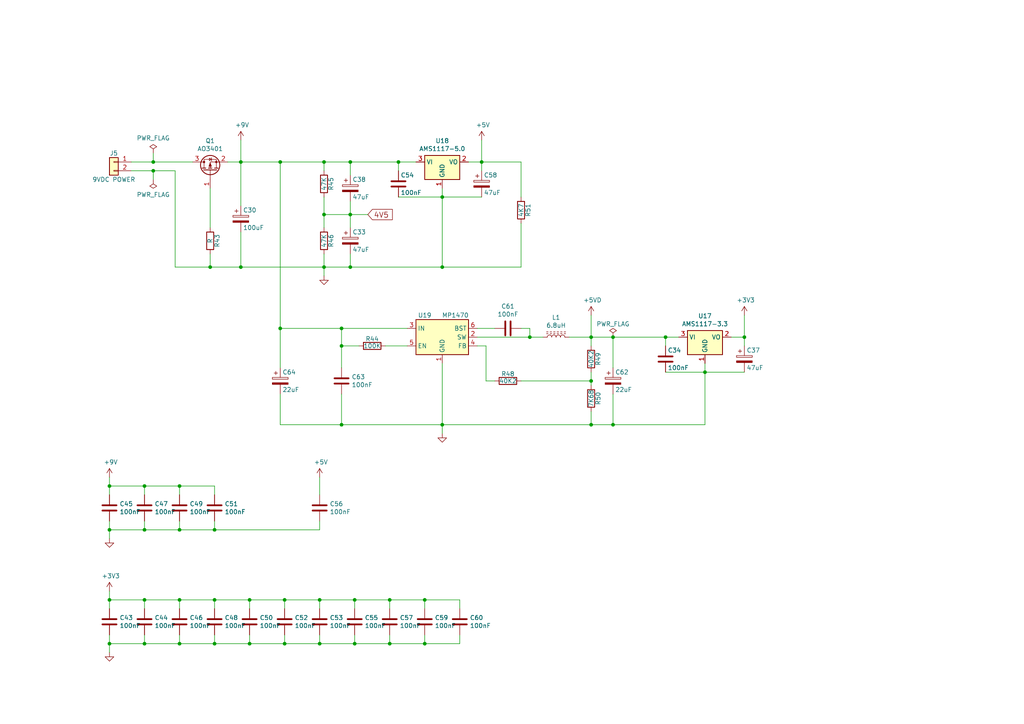
<source format=kicad_sch>
(kicad_sch (version 20250114) (generator "eeschema") (generator_version "9.0")
  (paper "A4")
  (lib_symbols
    (symbol "Connector_Generic:Conn_01x02" (pin_names (offset 1.016) (hide yes))
      (property "Reference" "J" (at 0 2.54 0))
      (property "Value" "Conn_01x02" (at 0 -5.08 0))
      (symbol "Conn_01x02_1_1"
        (rectangle (start -1.27 1.27) (end 1.27 -3.81) (stroke (width 0.254)) (fill (type background)))
        (rectangle (start -1.27 0.127) (end 0 -0.127) (stroke (width 0.1524)))
        (rectangle (start -1.27 -2.413) (end 0 -2.667) (stroke (width 0.1524)))
        (pin passive line (at -5.08 0 0) (length 3.81) (name "Pin_1") (number "1"))
        (pin passive line (at -5.08 -2.54 0) (length 3.81) (name "Pin_2") (number "2"))
      )
    )
    (symbol "Device:C" (pin_numbers (hide yes)) (pin_names (offset 0.254))
      (property "Reference" "C" (at 0.635 2.54 0))
      (property "Value" "C" (at 0.635 -2.54 0))
      (symbol "C_0_1"
        (polyline (pts (xy -2.032 0.762) (xy 2.032 0.762)) (stroke (width 0.508)))
        (polyline (pts (xy -2.032 -0.762) (xy 2.032 -0.762)) (stroke (width 0.508)))
      )
      (symbol "C_1_1"
        (pin passive line (at 0 3.81 270) (length 2.794) (name "~") (number "1"))
        (pin passive line (at 0 -3.81 90) (length 2.794) (name "~") (number "2"))
      )
    )
    (symbol "Device:C_Polarized" (pin_numbers (hide yes)) (pin_names (offset 0.254))
      (property "Reference" "C" (at 0.635 2.54 0))
      (property "Value" "C_Polarized" (at 0.635 -2.54 0))
      (symbol "C_Polarized_0_1"
        (rectangle (start -2.286 0.508) (end 2.286 1.016))
        (polyline (pts (xy -1.778 2.286) (xy -0.762 2.286)))
        (polyline (pts (xy -1.27 2.794) (xy -1.27 1.778)))
        (rectangle (start 2.286 -0.508) (end -2.286 -1.016) (fill (type outline)))
      )
      (symbol "C_Polarized_1_1"
        (pin passive line (at 0 3.81 270) (length 2.794) (name "~") (number "1"))
        (pin passive line (at 0 -3.81 90) (length 2.794) (name "~") (number "2"))
      )
    )
    (symbol "Device:L_Ferrite" (pin_numbers (hide yes)) (pin_names (offset 1.016) (hide yes))
      (property "Reference" "L" (at -1.27 0 90))
      (property "Value" "L_Ferrite" (at 2.794 0 90))
      (symbol "L_Ferrite_0_1"
        (arc (start 0 2.54) (mid 0.6323 1.905) (end 0 1.27))
        (arc (start 0 1.27) (mid 0.6323 0.635) (end 0 0))
        (arc (start 0 0) (mid 0.6323 -0.635) (end 0 -1.27))
        (arc (start 0 -1.27) (mid 0.6323 -1.905) (end 0 -2.54))
        (polyline (pts (xy 1.016 2.286) (xy 1.016 2.794)))
        (polyline (pts (xy 1.016 1.27) (xy 1.016 1.778)))
        (polyline (pts (xy 1.016 0.254) (xy 1.016 0.762)))
        (polyline (pts (xy 1.016 -0.762) (xy 1.016 -0.254)))
        (polyline (pts (xy 1.016 -1.778) (xy 1.016 -1.27)))
        (polyline (pts (xy 1.016 -2.794) (xy 1.016 -2.286)))
        (polyline (pts (xy 1.524 2.794) (xy 1.524 2.286)))
        (polyline (pts (xy 1.524 1.778) (xy 1.524 1.27)))
        (polyline (pts (xy 1.524 0.762) (xy 1.524 0.254)))
        (polyline (pts (xy 1.524 -0.254) (xy 1.524 -0.762)))
        (polyline (pts (xy 1.524 -1.27) (xy 1.524 -1.778)))
        (polyline (pts (xy 1.524 -2.286) (xy 1.524 -2.794)))
      )
      (symbol "L_Ferrite_1_1"
        (pin passive line (at 0 3.81 270) (length 1.27) (name "1") (number "1"))
        (pin passive line (at 0 -3.81 90) (length 1.27) (name "2") (number "2"))
      )
    )
    (symbol "Device:Q_PMOS_GSD" (pin_names (offset 0) (hide yes))
      (property "Reference" "Q" (at 5.08 1.27 0))
      (property "Value" "Q_PMOS_GSD" (at 5.08 -1.27 0))
      (symbol "Q_PMOS_GSD_0_1"
        (polyline (pts (xy 0.254 1.905) (xy 0.254 -1.905)) (stroke (width 0.254)))
        (polyline (pts (xy 0.254 0) (xy -2.54 0)))
        (polyline (pts (xy 0.762 2.286) (xy 0.762 1.27)) (stroke (width 0.254)))
        (polyline (pts (xy 0.762 1.778) (xy 3.302 1.778) (xy 3.302 -1.778) (xy 0.762 -1.778)))
        (polyline (pts (xy 0.762 0.508) (xy 0.762 -0.508)) (stroke (width 0.254)))
        (polyline (pts (xy 0.762 -1.27) (xy 0.762 -2.286)) (stroke (width 0.254)))
        (circle (center 1.651 0) (radius 2.794) (stroke (width 0.254)))
        (polyline (pts (xy 2.286 0) (xy 1.27 0.381) (xy 1.27 -0.381) (xy 2.286 0)) (fill (type outline)))
        (polyline (pts (xy 2.54 2.54) (xy 2.54 1.778)))
        (circle (center 2.54 1.778) (radius 0.254) (fill (type outline)))
        (circle (center 2.54 -1.778) (radius 0.254) (fill (type outline)))
        (polyline (pts (xy 2.54 -2.54) (xy 2.54 0) (xy 0.762 0)))
        (polyline (pts (xy 2.794 -0.508) (xy 2.921 -0.381) (xy 3.683 -0.381) (xy 3.81 -0.254)))
        (polyline (pts (xy 3.302 -0.381) (xy 2.921 0.254) (xy 3.683 0.254) (xy 3.302 -0.381)))
      )
      (symbol "Q_PMOS_GSD_1_1"
        (pin input line (at -5.08 0 0) (length 2.54) (name "G") (number "1"))
        (pin passive line (at 2.54 5.08 270) (length 2.54) (name "D") (number "3"))
        (pin passive line (at 2.54 -5.08 90) (length 2.54) (name "S") (number "2"))
      )
    )
    (symbol "Device:R" (pin_numbers (hide yes)) (pin_names (offset 0))
      (property "Reference" "R" (at 2.032 0 90))
      (property "Value" "R" (at 0 0 90))
      (symbol "R_0_1"
        (rectangle (start -1.016 -2.54) (end 1.016 2.54) (stroke (width 0.254)))
      )
      (symbol "R_1_1"
        (pin passive line (at 0 3.81 270) (length 1.27) (name "~") (number "1"))
        (pin passive line (at 0 -3.81 90) (length 1.27) (name "~") (number "2"))
      )
    )
    (symbol "Regulator_Linear:AMS1117-3.3"
      (property "Reference" "U" (at -3.81 3.175 0))
      (property "Value" "AMS1117-3.3" (at 0 3.175 0))
      (symbol "AMS1117-3.3_0_1"
        (rectangle (start -5.08 -5.08) (end 5.08 1.905) (stroke (width 0.254)) (fill (type background)))
      )
      (symbol "AMS1117-3.3_1_1"
        (pin power_in line (at -7.62 0 0) (length 2.54) (name "VI") (number "3"))
        (pin power_in line (at 0 -7.62 90) (length 2.54) (name "GND") (number "1"))
        (pin power_out line (at 7.62 0 180) (length 2.54) (name "VO") (number "2"))
      )
    )
    (symbol "Regulator_Linear:AMS1117-5.0"
      (property "Reference" "U" (at -3.81 3.175 0))
      (property "Value" "AMS1117-5.0" (at 0 3.175 0))
      (symbol "AMS1117-5.0_0_1"
        (rectangle (start -5.08 -5.08) (end 5.08 1.905) (stroke (width 0.254)) (fill (type background)))
      )
      (symbol "AMS1117-5.0_1_1"
        (pin power_in line (at -7.62 0 0) (length 2.54) (name "VI") (number "3"))
        (pin power_in line (at 0 -7.62 90) (length 2.54) (name "GND") (number "1"))
        (pin power_out line (at 7.62 0 180) (length 2.54) (name "VO") (number "2"))
      )
    )
    (symbol "Regulator_Switching:MP1470"
      (property "Reference" "U" (at -6.35 6.35 0))
      (property "Value" "MP1470" (at 3.81 6.35 0))
      (symbol "MP1470_0_1"
        (rectangle (start -7.62 5.08) (end 7.62 -5.08) (stroke (width 0.254)) (fill (type background)))
      )
      (symbol "MP1470_1_1"
        (pin power_in line (at -10.16 2.54 0) (length 2.54) (name "IN") (number "3"))
        (pin input line (at -10.16 -2.54 0) (length 2.54) (name "EN") (number "5"))
        (pin power_in line (at 0 -7.62 90) (length 2.54) (name "GND") (number "1"))
        (pin passive line (at 10.16 2.54 180) (length 2.54) (name "BST") (number "6"))
        (pin power_out line (at 10.16 0 180) (length 2.54) (name "SW") (number "2"))
        (pin input line (at 10.16 -2.54 180) (length 2.54) (name "FB") (number "4"))
      )
    )
    (symbol "power:+3V3" (power) (pin_names (offset 0))
      (property "Value" "+3V3" (at 0 3.556 0))
      (symbol "+3V3_0_1"
        (polyline (pts (xy -0.762 1.27) (xy 0 2.54)))
        (polyline (pts (xy 0 2.54) (xy 0.762 1.27)))
        (polyline (pts (xy 0 0) (xy 0 2.54)))
      )
      (symbol "+3V3_1_1"
        (pin power_in line (at 0 0 90) (length 0) (hide yes) (name "+3V3") (number "1"))
      )
    )
    (symbol "power:+5V" (power) (pin_names (offset 0))
      (property "Value" "+5V" (at 0 3.556 0))
      (symbol "+5V_0_1"
        (polyline (pts (xy -0.762 1.27) (xy 0 2.54)))
        (polyline (pts (xy 0 2.54) (xy 0.762 1.27)))
        (polyline (pts (xy 0 0) (xy 0 2.54)))
      )
      (symbol "+5V_1_1"
        (pin power_in line (at 0 0 90) (length 0) (hide yes) (name "+5V") (number "1"))
      )
    )
    (symbol "power:+5VD" (power) (pin_names (offset 0))
      (property "Value" "+5VD" (at 0 3.556 0))
      (symbol "+5VD_0_1"
        (polyline (pts (xy -0.762 1.27) (xy 0 2.54)))
        (polyline (pts (xy 0 2.54) (xy 0.762 1.27)))
        (polyline (pts (xy 0 0) (xy 0 2.54)))
      )
      (symbol "+5VD_1_1"
        (pin power_in line (at 0 0 90) (length 0) (hide yes) (name "+5VD") (number "1"))
      )
    )
    (symbol "power:+9V" (power) (pin_names (offset 0))
      (property "Value" "+9V" (at 0 3.556 0))
      (symbol "+9V_0_1"
        (polyline (pts (xy -0.762 1.27) (xy 0 2.54)))
        (polyline (pts (xy 0 2.54) (xy 0.762 1.27)))
        (polyline (pts (xy 0 0) (xy 0 2.54)))
      )
      (symbol "+9V_1_1"
        (pin power_in line (at 0 0 90) (length 0) (hide yes) (name "+9V") (number "1"))
      )
    )
    (symbol "power:GND" (power) (pin_names (offset 0))
      (property "Value" "GND" (at 0 -3.81 0))
      (symbol "GND_0_1"
        (polyline (pts (xy 0 0) (xy 0 -1.27) (xy 1.27 -1.27) (xy 0 -2.54) (xy -1.27 -1.27) (xy 0 -1.27)))
      )
      (symbol "GND_1_1"
        (pin power_in line (at 0 0 270) (length 0) (hide yes) (name "GND") (number "1"))
      )
    )
    (symbol "power:PWR_FLAG" (power) (pin_numbers (hide yes)) (pin_names (offset 0) (hide yes))
      (property "Value" "PWR_FLAG" (at 0 3.81 0))
      (symbol "PWR_FLAG_0_0"
        (pin power_out line (at 0 0 90) (length 0) (name "pwr") (number "1"))
      )
      (symbol "PWR_FLAG_0_1"
        (polyline (pts (xy 0 0) (xy 0 1.27) (xy -1.016 1.905) (xy 0 2.54) (xy 1.016 1.905) (xy 0 1.27)))
      )
    )
  )
  (junction (at 52.07 153.67))
  (junction (at 31.75 140.97))
  (junction (at 113.03 173.99))
  (junction (at 123.19 173.99))
  (junction (at 171.45 110.49))
  (junction (at 102.87 173.99))
  (junction (at 81.28 95.25))
  (junction (at 139.7 46.99))
  (junction (at 204.47 107.95))
  (junction (at 72.39 173.99))
  (junction (at 101.6 46.99))
  (junction (at 93.98 62.23))
  (junction (at 31.75 186.69))
  (junction (at 41.91 173.99))
  (junction (at 52.07 140.97))
  (junction (at 92.71 186.69))
  (junction (at 31.75 173.99))
  (junction (at 62.23 173.99))
  (junction (at 215.9 97.79))
  (junction (at 99.06 95.25))
  (junction (at 41.91 153.67))
  (junction (at 81.28 46.99))
  (junction (at 102.87 186.69))
  (junction (at 41.91 186.69))
  (junction (at 177.8 123.19))
  (junction (at 177.8 97.79))
  (junction (at 41.91 140.97))
  (junction (at 99.06 123.19))
  (junction (at 128.27 57.15))
  (junction (at 52.07 173.99))
  (junction (at 193.04 97.79))
  (junction (at 82.55 173.99))
  (junction (at 153.67 97.79))
  (junction (at 115.57 46.99))
  (junction (at 171.45 97.79))
  (junction (at 31.75 153.67))
  (junction (at 62.23 153.67))
  (junction (at 128.27 123.19))
  (junction (at 123.19 186.69))
  (junction (at 52.07 186.69))
  (junction (at 92.71 173.99))
  (junction (at 60.96 77.47))
  (junction (at 93.98 46.99))
  (junction (at 72.39 186.69))
  (junction (at 113.03 186.69))
  (junction (at 62.23 186.69))
  (junction (at 99.06 100.33))
  (junction (at 69.85 46.99))
  (junction (at 171.45 123.19))
  (junction (at 44.45 46.99))
  (junction (at 69.85 77.47))
  (junction (at 82.55 186.69))
  (junction (at 101.6 77.47))
  (junction (at 44.45 49.53))
  (junction (at 128.27 77.47))
  (junction (at 101.6 62.23))
  (junction (at 93.98 77.47))
  (wire (pts (xy 69.85 59.69) (xy 69.85 46.99)))
  (wire (pts (xy 31.75 171.45) (xy 31.75 173.99)))
  (wire (pts (xy 153.67 97.79) (xy 138.43 97.79)))
  (wire (pts (xy 62.23 173.99) (xy 72.39 173.99)))
  (wire (pts (xy 82.55 176.53) (xy 82.55 173.99)))
  (wire (pts (xy 31.75 151.13) (xy 31.75 153.67)))
  (wire (pts (xy 139.7 46.99) (xy 135.89 46.99)))
  (wire (pts (xy 52.07 184.15) (xy 52.07 186.69)))
  (wire (pts (xy 31.75 173.99) (xy 41.91 173.99)))
  (wire (pts (xy 92.71 186.69) (xy 102.87 186.69)))
  (wire (pts (xy 151.13 64.77) (xy 151.13 77.47)))
  (wire (pts (xy 44.45 44.45) (xy 44.45 46.99)))
  (wire (pts (xy 115.57 46.99) (xy 120.65 46.99)))
  (wire (pts (xy 66.04 46.99) (xy 69.85 46.99)))
  (wire (pts (xy 82.55 186.69) (xy 92.71 186.69)))
  (wire (pts (xy 44.45 46.99) (xy 55.88 46.99)))
  (wire (pts (xy 92.71 153.67) (xy 62.23 153.67)))
  (wire (pts (xy 177.8 114.3) (xy 177.8 123.19)))
  (wire (pts (xy 31.75 184.15) (xy 31.75 186.69)))
  (wire (pts (xy 171.45 123.19) (xy 177.8 123.19)))
  (wire (pts (xy 101.6 77.47) (xy 101.6 73.66)))
  (wire (pts (xy 31.75 140.97) (xy 31.75 143.51)))
  (wire (pts (xy 31.75 138.43) (xy 31.75 140.97)))
  (wire (pts (xy 99.06 95.25) (xy 99.06 100.33)))
  (wire (pts (xy 93.98 77.47) (xy 93.98 80.01)))
  (wire (pts (xy 99.06 123.19) (xy 128.27 123.19)))
  (wire (pts (xy 60.96 77.47) (xy 69.85 77.47)))
  (wire (pts (xy 171.45 100.33) (xy 171.45 97.79)))
  (wire (pts (xy 92.71 184.15) (xy 92.71 186.69)))
  (wire (pts (xy 128.27 123.19) (xy 171.45 123.19)))
  (wire (pts (xy 31.75 153.67) (xy 31.75 156.21)))
  (wire (pts (xy 139.7 46.99) (xy 139.7 49.53)))
  (wire (pts (xy 72.39 176.53) (xy 72.39 173.99)))
  (wire (pts (xy 41.91 186.69) (xy 52.07 186.69)))
  (wire (pts (xy 41.91 140.97) (xy 52.07 140.97)))
  (wire (pts (xy 204.47 107.95) (xy 204.47 123.19)))
  (wire (pts (xy 62.23 184.15) (xy 62.23 186.69)))
  (wire (pts (xy 41.91 176.53) (xy 41.91 173.99)))
  (wire (pts (xy 215.9 97.79) (xy 215.9 100.33)))
  (wire (pts (xy 215.9 91.44) (xy 215.9 97.79)))
  (wire (pts (xy 93.98 46.99) (xy 101.6 46.99)))
  (wire (pts (xy 204.47 107.95) (xy 215.9 107.95)))
  (wire (pts (xy 113.03 186.69) (xy 123.19 186.69)))
  (wire (pts (xy 50.8 49.53) (xy 50.8 77.47)))
  (wire (pts (xy 31.75 153.67) (xy 41.91 153.67)))
  (wire (pts (xy 72.39 173.99) (xy 82.55 173.99)))
  (wire (pts (xy 115.57 57.15) (xy 128.27 57.15)))
  (wire (pts (xy 133.35 186.69) (xy 133.35 184.15)))
  (wire (pts (xy 193.04 100.33) (xy 193.04 97.79)))
  (wire (pts (xy 177.8 123.19) (xy 204.47 123.19)))
  (wire (pts (xy 115.57 46.99) (xy 115.57 49.53)))
  (wire (pts (xy 38.1 46.99) (xy 44.45 46.99)))
  (wire (pts (xy 81.28 106.68) (xy 81.28 95.25)))
  (wire (pts (xy 81.28 114.3) (xy 81.28 123.19)))
  (wire (pts (xy 157.48 97.79) (xy 153.67 97.79)))
  (wire (pts (xy 113.03 176.53) (xy 113.03 173.99)))
  (wire (pts (xy 93.98 57.15) (xy 93.98 62.23)))
  (wire (pts (xy 128.27 57.15) (xy 128.27 54.61)))
  (wire (pts (xy 69.85 67.31) (xy 69.85 77.47)))
  (wire (pts (xy 99.06 100.33) (xy 104.14 100.33)))
  (wire (pts (xy 139.7 40.64) (xy 139.7 46.99)))
  (wire (pts (xy 60.96 54.61) (xy 60.96 66.04)))
  (wire (pts (xy 138.43 100.33) (xy 140.97 100.33)))
  (wire (pts (xy 52.07 140.97) (xy 62.23 140.97)))
  (wire (pts (xy 101.6 46.99) (xy 115.57 46.99)))
  (wire (pts (xy 62.23 186.69) (xy 72.39 186.69)))
  (wire (pts (xy 62.23 140.97) (xy 62.23 143.51)))
  (wire (pts (xy 69.85 46.99) (xy 81.28 46.99)))
  (wire (pts (xy 128.27 57.15) (xy 128.27 77.47)))
  (wire (pts (xy 52.07 176.53) (xy 52.07 173.99)))
  (wire (pts (xy 52.07 151.13) (xy 52.07 153.67)))
  (wire (pts (xy 101.6 58.42) (xy 101.6 62.23)))
  (wire (pts (xy 123.19 176.53) (xy 123.19 173.99)))
  (wire (pts (xy 139.7 46.99) (xy 151.13 46.99)))
  (wire (pts (xy 44.45 49.53) (xy 50.8 49.53)))
  (wire (pts (xy 41.91 151.13) (xy 41.91 153.67)))
  (wire (pts (xy 44.45 52.07) (xy 44.45 49.53)))
  (wire (pts (xy 93.98 73.66) (xy 93.98 77.47)))
  (wire (pts (xy 93.98 77.47) (xy 69.85 77.47)))
  (wire (pts (xy 99.06 114.3) (xy 99.06 123.19)))
  (wire (pts (xy 118.11 95.25) (xy 99.06 95.25)))
  (wire (pts (xy 31.75 140.97) (xy 41.91 140.97)))
  (wire (pts (xy 38.1 49.53) (xy 44.45 49.53)))
  (wire (pts (xy 165.1 97.79) (xy 171.45 97.79)))
  (wire (pts (xy 139.7 57.15) (xy 128.27 57.15)))
  (wire (pts (xy 31.75 186.69) (xy 41.91 186.69)))
  (wire (pts (xy 92.71 176.53) (xy 92.71 173.99)))
  (wire (pts (xy 101.6 62.23) (xy 101.6 66.04)))
  (wire (pts (xy 177.8 106.68) (xy 177.8 97.79)))
  (wire (pts (xy 102.87 176.53) (xy 102.87 173.99)))
  (wire (pts (xy 72.39 184.15) (xy 72.39 186.69)))
  (wire (pts (xy 93.98 62.23) (xy 93.98 66.04)))
  (wire (pts (xy 92.71 173.99) (xy 102.87 173.99)))
  (wire (pts (xy 138.43 95.25) (xy 143.51 95.25)))
  (wire (pts (xy 101.6 62.23) (xy 106.68 62.23)))
  (wire (pts (xy 102.87 173.99) (xy 113.03 173.99)))
  (wire (pts (xy 60.96 77.47) (xy 60.96 73.66)))
  (wire (pts (xy 212.09 97.79) (xy 215.9 97.79)))
  (wire (pts (xy 99.06 95.25) (xy 81.28 95.25)))
  (wire (pts (xy 140.97 110.49) (xy 143.51 110.49)))
  (wire (pts (xy 101.6 77.47) (xy 93.98 77.47)))
  (wire (pts (xy 69.85 40.64) (xy 69.85 46.99)))
  (wire (pts (xy 52.07 186.69) (xy 62.23 186.69)))
  (wire (pts (xy 102.87 184.15) (xy 102.87 186.69)))
  (wire (pts (xy 171.45 97.79) (xy 171.45 91.44)))
  (wire (pts (xy 151.13 77.47) (xy 128.27 77.47)))
  (wire (pts (xy 193.04 97.79) (xy 196.85 97.79)))
  (wire (pts (xy 31.75 186.69) (xy 31.75 189.23)))
  (wire (pts (xy 123.19 186.69) (xy 133.35 186.69)))
  (wire (pts (xy 52.07 140.97) (xy 52.07 143.51)))
  (wire (pts (xy 99.06 100.33) (xy 99.06 106.68)))
  (wire (pts (xy 128.27 123.19) (xy 128.27 125.73)))
  (wire (pts (xy 93.98 62.23) (xy 101.6 62.23)))
  (wire (pts (xy 128.27 77.47) (xy 101.6 77.47)))
  (wire (pts (xy 41.91 153.67) (xy 52.07 153.67)))
  (wire (pts (xy 62.23 153.67) (xy 62.23 151.13)))
  (wire (pts (xy 41.91 184.15) (xy 41.91 186.69)))
  (wire (pts (xy 62.23 176.53) (xy 62.23 173.99)))
  (wire (pts (xy 82.55 173.99) (xy 92.71 173.99)))
  (wire (pts (xy 81.28 95.25) (xy 81.28 46.99)))
  (wire (pts (xy 101.6 50.8) (xy 101.6 46.99)))
  (wire (pts (xy 52.07 173.99) (xy 62.23 173.99)))
  (wire (pts (xy 123.19 184.15) (xy 123.19 186.69)))
  (wire (pts (xy 171.45 97.79) (xy 177.8 97.79)))
  (wire (pts (xy 171.45 110.49) (xy 151.13 110.49)))
  (wire (pts (xy 123.19 173.99) (xy 133.35 173.99)))
  (wire (pts (xy 193.04 107.95) (xy 204.47 107.95)))
  (wire (pts (xy 171.45 110.49) (xy 171.45 111.76)))
  (wire (pts (xy 81.28 46.99) (xy 93.98 46.99)))
  (wire (pts (xy 133.35 173.99) (xy 133.35 176.53)))
  (wire (pts (xy 151.13 46.99) (xy 151.13 57.15)))
  (wire (pts (xy 171.45 107.95) (xy 171.45 110.49)))
  (wire (pts (xy 82.55 184.15) (xy 82.55 186.69)))
  (wire (pts (xy 41.91 140.97) (xy 41.91 143.51)))
  (wire (pts (xy 41.91 173.99) (xy 52.07 173.99)))
  (wire (pts (xy 140.97 100.33) (xy 140.97 110.49)))
  (wire (pts (xy 72.39 186.69) (xy 82.55 186.69)))
  (wire (pts (xy 50.8 77.47) (xy 60.96 77.47)))
  (wire (pts (xy 113.03 184.15) (xy 113.03 186.69)))
  (wire (pts (xy 204.47 105.41) (xy 204.47 107.95)))
  (wire (pts (xy 31.75 173.99) (xy 31.75 176.53)))
  (wire (pts (xy 177.8 97.79) (xy 193.04 97.79)))
  (wire (pts (xy 128.27 123.19) (xy 128.27 105.41)))
  (wire (pts (xy 113.03 173.99) (xy 123.19 173.99)))
  (wire (pts (xy 171.45 119.38) (xy 171.45 123.19)))
  (wire (pts (xy 102.87 186.69) (xy 113.03 186.69)))
  (wire (pts (xy 153.67 95.25) (xy 153.67 97.79)))
  (wire (pts (xy 52.07 153.67) (xy 62.23 153.67)))
  (wire (pts (xy 92.71 151.13) (xy 92.71 153.67)))
  (wire (pts (xy 92.71 138.43) (xy 92.71 143.51)))
  (wire (pts (xy 93.98 46.99) (xy 93.98 49.53)))
  (wire (pts (xy 151.13 95.25) (xy 153.67 95.25)))
  (wire (pts (xy 111.76 100.33) (xy 118.11 100.33)))
  (wire (pts (xy 81.28 123.19) (xy 99.06 123.19)))
  (global_label "4V5" (shape input) (at 106.68 62.23 0) (effects (font (size 1.524 1.524))) (property "Intersheetrefs" "${INTERSHEET_REFS}" (effects (hide yes))) (property "Referencias entre hojas" "${INTERSHEET_REFS}" (effects (hide yes))))
  (symbol (lib_id "Device:R") (at 151.13 60.96 0) (unit 1)
    (property "Reference" "R51" (at 153.162 60.96 90))
    (property "Value" "4K7" (at 151.13 60.96 90))
    (property "Footprint" "Resistor_SMD:R_0805_2012Metric" (effects (hide yes)))
  )
  (symbol (lib_id "Regulator_Switching:MP1470") (at 128.27 97.79 0) (unit 1)
    (property "Reference" "U19" (at 123.19 91.44 0))
    (property "Value" "MP1470" (at 132.08 91.44 0))
    (property "Footprint" "Package_TO_SOT_SMD:TSOT-23-6" (effects (hide yes)))
    (property "Datasheet" "https://www.monolithicpower.com/pub/media/document/MP1470_r1.02.pdf" (effects (hide yes)))
  )
  (symbol (lib_id "Device:C") (at 147.32 95.25 90) (unit 1)
    (property "Reference" "C61" (at 147.32 88.8492 90))
    (property "Value" "100nF" (at 147.32 91.1606 90))
    (property "Footprint" "Capacitor_SMD:C_0805_2012Metric" (effects (hide yes)))
  )
  (symbol (lib_id "Device:L_Ferrite") (at 161.29 97.79 90) (unit 1)
    (property "Reference" "L1" (at 161.29 92.075 90))
    (property "Value" "6.8uH" (at 161.29 94.3864 90))
    (property "Footprint" "Inductor_SMD:L_10.4x10.4_H4.8" (effects (hide yes)))
  )
  (symbol (lib_id "Device:C_Polarized") (at 177.8 110.49 0) (unit 1)
    (property "Reference" "C62" (at 178.435 107.95 0) (effects (justify left)))
    (property "Value" "22uF" (at 178.435 113.03 0) (effects (justify left)))
    (property "Footprint" "Capacitor_SMD:C_0805_2012Metric" (effects (hide yes)))
  )
  (symbol (lib_id "Device:R") (at 171.45 104.14 0) (unit 1)
    (property "Reference" "R49" (at 173.482 104.14 90))
    (property "Value" "40K2" (at 171.45 104.14 90))
    (property "Footprint" "Resistor_SMD:R_0805_2012Metric" (effects (hide yes)))
  )
  (symbol (lib_id "Device:R") (at 171.45 115.57 0) (unit 1)
    (property "Reference" "R50" (at 173.482 115.57 90))
    (property "Value" "7K68" (at 171.45 115.57 90))
    (property "Footprint" "Resistor_SMD:R_0805_2012Metric" (effects (hide yes)))
  )
  (symbol (lib_id "Device:C_Polarized") (at 101.6 54.61 0) (unit 1)
    (property "Reference" "C38" (at 102.235 52.07 0) (effects (justify left)))
    (property "Value" "47uF" (at 102.235 57.15 0) (effects (justify left)))
    (property "Footprint" "Capacitor_SMD:C_0805_2012Metric" (effects (hide yes)))
  )
  (symbol (lib_id "Device:R") (at 147.32 110.49 90) (unit 1)
    (property "Reference" "R48" (at 147.32 108.458 90))
    (property "Value" "40K2" (at 147.32 110.49 90))
    (property "Footprint" "Resistor_SMD:R_0805_2012Metric" (effects (hide yes)))
  )
  (symbol (lib_id "Device:R") (at 107.95 100.33 90) (unit 1)
    (property "Reference" "R44" (at 107.95 98.298 90))
    (property "Value" "100K" (at 107.95 100.33 90))
    (property "Footprint" "Resistor_SMD:R_0805_2012Metric" (effects (hide yes)))
  )
  (symbol (lib_id "power:GND") (at 128.27 125.73 0) (unit 1)
    (property "Reference" "#PWR03" (effects (hide yes)))
    (property "Value" "GND" (effects (hide yes)))
  )
  (symbol (lib_id "Device:C") (at 99.06 110.49 0) (unit 1)
    (property "Reference" "C63" (at 101.981 109.3216 0) (effects (justify left)))
    (property "Value" "100nF" (at 101.981 111.633 0) (effects (justify left)))
    (property "Footprint" "Capacitor_SMD:C_0805_2012Metric" (effects (hide yes)))
  )
  (symbol (lib_id "power:GND") (at 93.98 80.01 0) (unit 1)
    (property "Reference" "#PWR0104" (effects (hide yes)))
    (property "Value" "GND" (effects (hide yes)))
  )
  (symbol (lib_id "power:GND") (at 31.75 156.21 0) (unit 1)
    (property "Reference" "#PWR0105" (effects (hide yes)))
    (property "Value" "GND" (effects (hide yes)))
  )
  (symbol (lib_id "Device:R") (at 60.96 69.85 0) (unit 1)
    (property "Reference" "R43" (at 62.992 69.85 90))
    (property "Value" "R" (at 60.96 69.85 90))
    (property "Footprint" "Resistor_SMD:R_0805_2012Metric" (effects (hide yes)))
  )
  (symbol (lib_id "Device:R") (at 93.98 53.34 0) (unit 1)
    (property "Reference" "R45" (at 96.012 53.34 90))
    (property "Value" "47K" (at 93.98 53.34 90))
    (property "Footprint" "Resistor_SMD:R_0805_2012Metric" (effects (hide yes)))
  )
  (symbol (lib_id "Device:R") (at 93.98 69.85 0) (unit 1)
    (property "Reference" "R46" (at 96.012 69.85 90))
    (property "Value" "47K" (at 93.98 69.85 90))
    (property "Footprint" "Resistor_SMD:R_0805_2012Metric" (effects (hide yes)))
  )
  (symbol (lib_id "Device:C_Polarized") (at 101.6 69.85 0) (unit 1)
    (property "Reference" "C33" (at 102.235 67.31 0) (effects (justify left)))
    (property "Value" "47uF" (at 102.235 72.39 0) (effects (justify left)))
    (property "Footprint" "Capacitor_SMD:C_0805_2012Metric" (effects (hide yes)))
  )
  (symbol (lib_id "Device:C_Polarized") (at 69.85 63.5 0) (unit 1)
    (property "Reference" "C30" (at 70.485 60.96 0) (effects (justify left)))
    (property "Value" "100uF" (at 70.485 66.04 0) (effects (justify left)))
    (property "Footprint" "Capacitor_Tantalum_SMD:CP_EIA-7343-31_Kemet-D" (effects (hide yes)))
  )
  (symbol (lib_id "Device:C") (at 193.04 104.14 0) (unit 1)
    (property "Reference" "C34" (at 193.675 101.6 0) (effects (justify left)))
    (property "Value" "100nF" (at 193.675 106.68 0) (effects (justify left)))
    (property "Footprint" "Capacitor_SMD:C_0805_2012Metric" (effects (hide yes)))
  )
  (symbol (lib_id "Device:C_Polarized") (at 215.9 104.14 0) (unit 1)
    (property "Reference" "C37" (at 216.535 101.6 0) (effects (justify left)))
    (property "Value" "47uF" (at 216.535 106.68 0) (effects (justify left)))
    (property "Footprint" "Capacitor_SMD:C_0805_2012Metric" (effects (hide yes)))
  )
  (symbol (lib_id "power:GND") (at 31.75 189.23 0) (unit 1)
    (property "Reference" "#PWR0106" (effects (hide yes)))
    (property "Value" "GND" (effects (hide yes)))
  )
  (symbol (lib_id "power:+5VD") (at 171.45 91.44 0) (unit 1)
    (property "Reference" "#PWR0115" (effects (hide yes)))
    (property "Value" "+5VD" (at 171.831 87.0458 0))
  )
  (symbol (lib_id "Device:C_Polarized") (at 81.28 110.49 0) (unit 1)
    (property "Reference" "C64" (at 81.915 107.95 0) (effects (justify left)))
    (property "Value" "22uF" (at 81.915 113.03 0) (effects (justify left)))
    (property "Footprint" "Capacitor_SMD:C_0805_2012Metric" (effects (hide yes)))
  )
  (symbol (lib_id "Connector_Generic:Conn_01x02") (at 33.02 46.99 0) (mirror y) (unit 1)
    (property "Reference" "J5" (at 33.02 44.45 0))
    (property "Value" "9VDC POWER" (at 33.02 52.07 0))
    (property "Footprint" "Connector_JST:JST_PH_B2B-PH-K_1x02_P2.00mm_Vertical" (effects (hide yes)))
  )
  (symbol (lib_id "power:PWR_FLAG") (at 44.45 44.45 0) (unit 1)
    (property "Reference" "#FLG0101" (effects (hide yes)))
    (property "Value" "PWR_FLAG" (at 44.45 40.0558 0))
  )
  (symbol (lib_id "power:PWR_FLAG") (at 44.45 52.07 180) (unit 1)
    (property "Reference" "#FLG0102" (effects (hide yes)))
    (property "Value" "PWR_FLAG" (at 44.45 56.4642 0))
  )
  (symbol (lib_id "Regulator_Linear:AMS1117-3.3") (at 204.47 97.79 0) (unit 1)
    (property "Reference" "U17" (at 204.47 91.6432 0))
    (property "Value" "AMS1117-3.3" (at 204.47 93.9546 0))
    (property "Footprint" "Package_TO_SOT_SMD:SOT-223-3_TabPin2" (effects (hide yes)))
    (property "Datasheet" "http://www.advanced-monolithic.com/pdf/ds1117.pdf" (effects (hide yes)))
  )
  (symbol (lib_id "Device:Q_PMOS_GSD") (at 60.96 49.53 90) (unit 1)
    (property "Reference" "Q1" (at 60.96 40.8432 90))
    (property "Value" "AO3401" (at 60.96 43.1546 90))
    (property "Footprint" "Package_TO_SOT_SMD:SOT-23" (effects (hide yes)))
  )
  (symbol (lib_id "Device:C") (at 31.75 180.34 0) (unit 1)
    (property "Reference" "C43" (at 34.671 179.1716 0) (effects (justify left)))
    (property "Value" "100nF" (at 34.671 181.483 0) (effects (justify left)))
    (property "Footprint" "Capacitor_SMD:C_0805_2012Metric" (effects (hide yes)))
  )
  (symbol (lib_id "Device:C") (at 41.91 180.34 0) (unit 1)
    (property "Reference" "C44" (at 44.831 179.1716 0) (effects (justify left)))
    (property "Value" "100nF" (at 44.831 181.483 0) (effects (justify left)))
    (property "Footprint" "Capacitor_SMD:C_0805_2012Metric" (effects (hide yes)))
  )
  (symbol (lib_id "Device:C") (at 52.07 180.34 0) (unit 1)
    (property "Reference" "C46" (at 54.991 179.1716 0) (effects (justify left)))
    (property "Value" "100nF" (at 54.991 181.483 0) (effects (justify left)))
    (property "Footprint" "Capacitor_SMD:C_0805_2012Metric" (effects (hide yes)))
  )
  (symbol (lib_id "Device:C") (at 62.23 180.34 0) (unit 1)
    (property "Reference" "C48" (at 65.151 179.1716 0) (effects (justify left)))
    (property "Value" "100nF" (at 65.151 181.483 0) (effects (justify left)))
    (property "Footprint" "Capacitor_SMD:C_0805_2012Metric" (effects (hide yes)))
  )
  (symbol (lib_id "Device:C") (at 72.39 180.34 0) (unit 1)
    (property "Reference" "C50" (at 75.311 179.1716 0) (effects (justify left)))
    (property "Value" "100nF" (at 75.311 181.483 0) (effects (justify left)))
    (property "Footprint" "Capacitor_SMD:C_0805_2012Metric" (effects (hide yes)))
  )
  (symbol (lib_id "Device:C") (at 82.55 180.34 0) (unit 1)
    (property "Reference" "C52" (at 85.471 179.1716 0) (effects (justify left)))
    (property "Value" "100nF" (at 85.471 181.483 0) (effects (justify left)))
    (property "Footprint" "Capacitor_SMD:C_0805_2012Metric" (effects (hide yes)))
  )
  (symbol (lib_id "Device:C") (at 92.71 180.34 0) (unit 1)
    (property "Reference" "C53" (at 95.631 179.1716 0) (effects (justify left)))
    (property "Value" "100nF" (at 95.631 181.483 0) (effects (justify left)))
    (property "Footprint" "Capacitor_SMD:C_0805_2012Metric" (effects (hide yes)))
  )
  (symbol (lib_id "Device:C") (at 102.87 180.34 0) (unit 1)
    (property "Reference" "C55" (at 105.791 179.1716 0) (effects (justify left)))
    (property "Value" "100nF" (at 105.791 181.483 0) (effects (justify left)))
    (property "Footprint" "Capacitor_SMD:C_0805_2012Metric" (effects (hide yes)))
  )
  (symbol (lib_id "Regulator_Linear:AMS1117-5.0") (at 128.27 46.99 0) (unit 1)
    (property "Reference" "U18" (at 128.27 40.8432 0))
    (property "Value" "AMS1117-5.0" (at 128.27 43.1546 0))
    (property "Footprint" "Package_TO_SOT_SMD:SOT-223-3_TabPin2" (effects (hide yes)))
    (property "Datasheet" "http://www.advanced-monolithic.com/pdf/ds1117.pdf" (effects (hide yes)))
  )
  (symbol (lib_id "Device:C") (at 115.57 53.34 0) (unit 1)
    (property "Reference" "C54" (at 116.205 50.8 0) (effects (justify left)))
    (property "Value" "100nF" (at 116.205 55.88 0) (effects (justify left)))
    (property "Footprint" "Capacitor_SMD:C_0805_2012Metric" (effects (hide yes)))
  )
  (symbol (lib_id "Device:C_Polarized") (at 139.7 53.34 0) (unit 1)
    (property "Reference" "C58" (at 140.335 50.8 0) (effects (justify left)))
    (property "Value" "47uF" (at 140.335 55.88 0) (effects (justify left)))
    (property "Footprint" "Capacitor_SMD:C_0805_2012Metric" (effects (hide yes)))
  )
  (symbol (lib_id "power:+5V") (at 139.7 40.64 0) (unit 1)
    (property "Reference" "#PWR034" (effects (hide yes)))
    (property "Value" "+5V" (at 140.081 36.2458 0))
  )
  (symbol (lib_id "power:+3V3") (at 215.9 91.44 0) (unit 1)
    (property "Reference" "#PWR045" (effects (hide yes)))
    (property "Value" "+3V3" (at 216.281 87.0458 0))
  )
  (symbol (lib_id "power:+9V") (at 69.85 40.64 0) (unit 1)
    (property "Reference" "#PWR024" (effects (hide yes)))
    (property "Value" "+9V" (at 70.231 36.2458 0))
  )
  (symbol (lib_id "Device:C") (at 31.75 147.32 0) (unit 1)
    (property "Reference" "C45" (at 34.671 146.1516 0) (effects (justify left)))
    (property "Value" "100nF" (at 34.671 148.463 0) (effects (justify left)))
    (property "Footprint" "Capacitor_SMD:C_0805_2012Metric" (effects (hide yes)))
  )
  (symbol (lib_id "Device:C") (at 41.91 147.32 0) (unit 1)
    (property "Reference" "C47" (at 44.831 146.1516 0) (effects (justify left)))
    (property "Value" "100nF" (at 44.831 148.463 0) (effects (justify left)))
    (property "Footprint" "Capacitor_SMD:C_0805_2012Metric" (effects (hide yes)))
  )
  (symbol (lib_id "Device:C") (at 52.07 147.32 0) (unit 1)
    (property "Reference" "C49" (at 54.991 146.1516 0) (effects (justify left)))
    (property "Value" "100nF" (at 54.991 148.463 0) (effects (justify left)))
    (property "Footprint" "Capacitor_SMD:C_0805_2012Metric" (effects (hide yes)))
  )
  (symbol (lib_id "Device:C") (at 62.23 147.32 0) (unit 1)
    (property "Reference" "C51" (at 65.151 146.1516 0) (effects (justify left)))
    (property "Value" "100nF" (at 65.151 148.463 0) (effects (justify left)))
    (property "Footprint" "Capacitor_SMD:C_0805_2012Metric" (effects (hide yes)))
  )
  (symbol (lib_id "Device:C") (at 113.03 180.34 0) (unit 1)
    (property "Reference" "C57" (at 115.951 179.1716 0) (effects (justify left)))
    (property "Value" "100nF" (at 115.951 181.483 0) (effects (justify left)))
    (property "Footprint" "Capacitor_SMD:C_0805_2012Metric" (effects (hide yes)))
  )
  (symbol (lib_id "Device:C") (at 123.19 180.34 0) (unit 1)
    (property "Reference" "C59" (at 126.111 179.1716 0) (effects (justify left)))
    (property "Value" "100nF" (at 126.111 181.483 0) (effects (justify left)))
    (property "Footprint" "Capacitor_SMD:C_0805_2012Metric" (effects (hide yes)))
  )
  (symbol (lib_id "Device:C") (at 133.35 180.34 0) (unit 1)
    (property "Reference" "C60" (at 136.271 179.1716 0) (effects (justify left)))
    (property "Value" "100nF" (at 136.271 181.483 0) (effects (justify left)))
    (property "Footprint" "Capacitor_SMD:C_0805_2012Metric" (effects (hide yes)))
  )
  (symbol (lib_id "Device:C") (at 92.71 147.32 0) (unit 1)
    (property "Reference" "C56" (at 95.631 146.1516 0) (effects (justify left)))
    (property "Value" "100nF" (at 95.631 148.463 0) (effects (justify left)))
    (property "Footprint" "Capacitor_SMD:C_0805_2012Metric" (effects (hide yes)))
  )
  (symbol (lib_id "power:+5V") (at 92.71 138.43 0) (unit 1)
    (property "Reference" "#PWR031" (effects (hide yes)))
    (property "Value" "+5V" (at 93.091 134.0358 0))
  )
  (symbol (lib_id "power:+3V3") (at 31.75 171.45 0) (unit 1)
    (property "Reference" "#PWR021" (effects (hide yes)))
    (property "Value" "+3V3" (at 32.131 167.0558 0))
  )
  (symbol (lib_id "power:+9V") (at 31.75 138.43 0) (unit 1)
    (property "Reference" "#PWR025" (effects (hide yes)))
    (property "Value" "+9V" (at 32.131 134.0358 0))
  )
  (symbol (lib_id "power:PWR_FLAG") (at 177.8 97.79 0) (unit 1)
    (property "Reference" "#FLG01" (effects (hide yes)))
    (property "Value" "PWR_FLAG" (at 177.8 93.98 0))
  )
)
</source>
